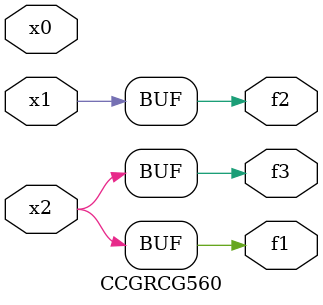
<source format=v>
module CCGRCG560(
	input x0, x1, x2,
	output f1, f2, f3
);
	assign f1 = x2;
	assign f2 = x1;
	assign f3 = x2;
endmodule

</source>
